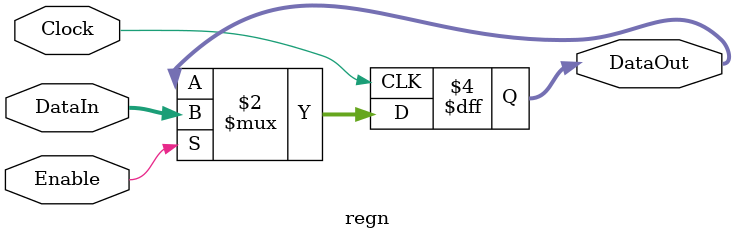
<source format=v>
module regn(DataIn, Clock, Enable, DataOut);
	parameter n = 9;
	input [n-1:0]DataIn;
	input Clock, Enable;
	output reg [n-1:0]DataOut;
	
	always@(posedge Clock)
		if(Enable)
			DataOut <= DataIn;

endmodule

</source>
